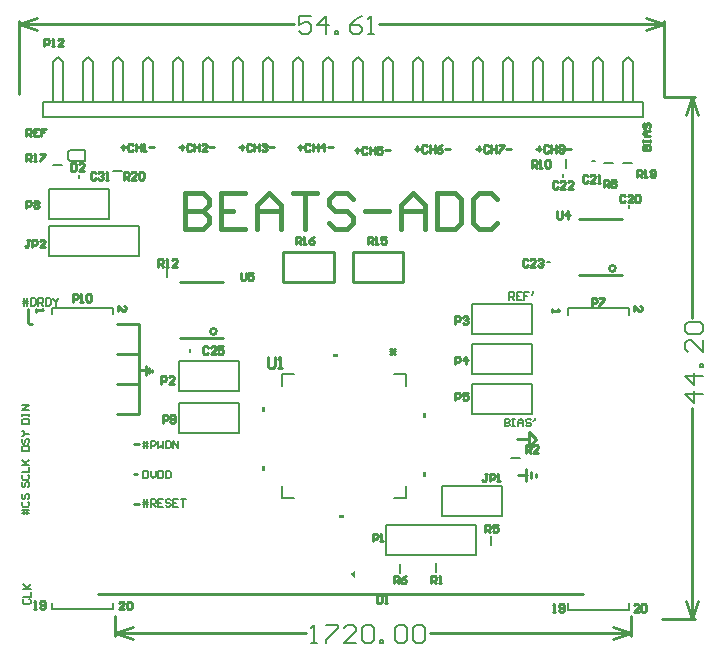
<source format=gto>
G04*
G04 #@! TF.GenerationSoftware,Altium Limited,Altium Designer,19.0.10 (269)*
G04*
G04 Layer_Color=65535*
%FSLAX25Y25*%
%MOIN*%
G70*
G01*
G75*
%ADD10C,0.01000*%
%ADD11C,0.00709*%
%ADD12C,0.00800*%
%ADD13C,0.00600*%
%ADD14C,0.00787*%
%ADD15C,0.01500*%
%ADD16C,0.00500*%
G36*
X110290Y14491D02*
X112258Y15672D01*
Y13309D01*
X110290Y14491D01*
D02*
G37*
G36*
X108297Y34102D02*
Y33102D01*
X106797D01*
Y34102D01*
X108297D01*
D02*
G37*
G36*
X134932Y46956D02*
Y48456D01*
X135932D01*
Y46956D01*
X134932D01*
D02*
G37*
G36*
X82132Y48925D02*
Y50425D01*
X81132D01*
Y48925D01*
X82132D01*
D02*
G37*
G36*
Y68610D02*
Y70110D01*
X81132D01*
Y68610D01*
X82132D01*
D02*
G37*
G36*
X106329Y86902D02*
Y87902D01*
X104829D01*
Y86902D01*
X106329D01*
D02*
G37*
G36*
X134932Y66641D02*
Y68141D01*
X135932D01*
Y66641D01*
X134932D01*
D02*
G37*
D10*
X198900Y116400D02*
G03*
X198900Y116400I-1000J0D01*
G01*
X65900Y95400D02*
G03*
X65900Y95400I-1000J0D01*
G01*
X172295Y47000D02*
Y48000D01*
X170795Y46500D02*
Y48675D01*
X169252Y45456D02*
Y49500D01*
X166500Y47500D02*
X169295D01*
X170000Y59500D02*
Y62000D01*
X172500Y59500D01*
X170000Y57000D02*
X172500Y59500D01*
X170000Y57000D02*
Y59500D01*
X166000D02*
X170000D01*
X38391Y38000D02*
X40000D01*
X38391Y47891D02*
X39500D01*
X38500Y57891D02*
X40000D01*
X3500Y98000D02*
X4500D01*
X3000Y98500D02*
X3500Y98000D01*
X3000Y98500D02*
Y102842D01*
X186900Y114200D02*
X201100D01*
X186900Y132800D02*
X201100D01*
X111453Y121901D02*
X128253D01*
Y111801D02*
Y121901D01*
X111453Y111801D02*
X128253D01*
X111453D02*
Y121901D01*
X88157D02*
X104957D01*
Y111801D02*
Y121901D01*
X88157Y111801D02*
X104957D01*
X88157D02*
Y121901D01*
X44500Y82000D02*
Y82500D01*
X42500Y81000D02*
Y82500D01*
X43500Y81500D02*
Y83252D01*
X42500Y82752D02*
Y84000D01*
Y82500D02*
Y82752D01*
X40000Y82500D02*
X42500D01*
X32721Y78000D02*
X40000D01*
X32721Y88000D02*
X40000D01*
X32721Y68000D02*
X40000D01*
Y98000D01*
X32721D02*
X40000D01*
X26500Y8000D02*
X188000D01*
X53900Y111800D02*
X68100D01*
X53900Y93200D02*
X68100D01*
X32000Y-5000D02*
X38000Y-3000D01*
X32000Y-5000D02*
X38000Y-7000D01*
X198000D02*
X204000Y-5000D01*
X198000Y-3000D02*
X204000Y-5000D01*
X32000D02*
X95806D01*
X136994D02*
X204000D01*
X32000Y-6000D02*
Y498D01*
X204000Y-6000D02*
Y389D01*
X0Y198000D02*
X6000Y200000D01*
X0Y198000D02*
X6000Y196000D01*
X209000D02*
X215000Y198000D01*
X209000Y200000D02*
X215000Y198000D01*
X0D02*
X91804D01*
X119996D02*
X215000D01*
X0Y174500D02*
Y199000D01*
X215000Y173500D02*
Y199000D01*
X222500Y5500D02*
X224500Y-500D01*
X226500Y5500D01*
X224500Y173500D02*
X226500Y167500D01*
X222500D02*
X224500Y173500D01*
Y-500D02*
Y69804D01*
Y99996D02*
Y173500D01*
X214500Y-500D02*
X225500D01*
X215000Y173500D02*
X225500D01*
X208001Y156000D02*
X210500D01*
Y157250D01*
X210084Y157666D01*
X209667D01*
X209250Y157250D01*
Y156000D01*
Y157250D01*
X208834Y157666D01*
X208417D01*
X208001Y157250D01*
Y156000D01*
Y158499D02*
Y159332D01*
Y158916D01*
X210500D01*
Y158499D01*
Y159332D01*
Y160582D02*
X208834D01*
X208001Y161415D01*
X208834Y162248D01*
X210500D01*
X209250D01*
Y160582D01*
X208417Y164747D02*
X208001Y164331D01*
Y163498D01*
X208417Y163081D01*
X208834D01*
X209250Y163498D01*
Y164331D01*
X209667Y164747D01*
X210084D01*
X210500Y164331D01*
Y163498D01*
X210084Y163081D01*
X2500Y160500D02*
Y162999D01*
X3750D01*
X4166Y162583D01*
Y161750D01*
X3750Y161333D01*
X2500D01*
X3333D02*
X4166Y160500D01*
X6665Y162999D02*
X4999D01*
Y160500D01*
X6665D01*
X4999Y161750D02*
X5832D01*
X9165Y162999D02*
X7498D01*
Y161750D01*
X8331D01*
X7498D01*
Y160500D01*
X172500Y156250D02*
X174166D01*
X173333Y157083D02*
Y155417D01*
X176665Y157083D02*
X176249Y157499D01*
X175416D01*
X174999Y157083D01*
Y155417D01*
X175416Y155000D01*
X176249D01*
X176665Y155417D01*
X177498Y157499D02*
Y155000D01*
Y156250D01*
X179165D01*
Y157499D01*
Y155000D01*
X179998Y157083D02*
X180414Y157499D01*
X181247D01*
X181664Y157083D01*
Y156666D01*
X181247Y156250D01*
X181664Y155833D01*
Y155417D01*
X181247Y155000D01*
X180414D01*
X179998Y155417D01*
Y155833D01*
X180414Y156250D01*
X179998Y156666D01*
Y157083D01*
X180414Y156250D02*
X181247D01*
X182497D02*
X184163D01*
X152500D02*
X154166D01*
X153333Y157083D02*
Y155417D01*
X156665Y157083D02*
X156249Y157499D01*
X155416D01*
X154999Y157083D01*
Y155417D01*
X155416Y155000D01*
X156249D01*
X156665Y155417D01*
X157498Y157499D02*
Y155000D01*
Y156250D01*
X159165D01*
Y157499D01*
Y155000D01*
X159998Y157499D02*
X161664D01*
Y157083D01*
X159998Y155417D01*
Y155000D01*
X162497Y156250D02*
X164163D01*
X132000D02*
X133666D01*
X132833Y157083D02*
Y155417D01*
X136165Y157083D02*
X135749Y157499D01*
X134916D01*
X134499Y157083D01*
Y155417D01*
X134916Y155000D01*
X135749D01*
X136165Y155417D01*
X136998Y157499D02*
Y155000D01*
Y156250D01*
X138664D01*
Y157499D01*
Y155000D01*
X141164Y157499D02*
X140331Y157083D01*
X139498Y156250D01*
Y155417D01*
X139914Y155000D01*
X140747D01*
X141164Y155417D01*
Y155833D01*
X140747Y156250D01*
X139498D01*
X141997D02*
X143663D01*
X112000Y155750D02*
X113666D01*
X112833Y156583D02*
Y154917D01*
X116165Y156583D02*
X115749Y156999D01*
X114916D01*
X114499Y156583D01*
Y154917D01*
X114916Y154500D01*
X115749D01*
X116165Y154917D01*
X116998Y156999D02*
Y154500D01*
Y155750D01*
X118665D01*
Y156999D01*
Y154500D01*
X121164Y156999D02*
X119498D01*
Y155750D01*
X120331Y156166D01*
X120747D01*
X121164Y155750D01*
Y154917D01*
X120747Y154500D01*
X119914D01*
X119498Y154917D01*
X121997Y155750D02*
X123663D01*
X93000Y156750D02*
X94666D01*
X93833Y157583D02*
Y155917D01*
X97165Y157583D02*
X96749Y157999D01*
X95916D01*
X95499Y157583D01*
Y155917D01*
X95916Y155500D01*
X96749D01*
X97165Y155917D01*
X97998Y157999D02*
Y155500D01*
Y156750D01*
X99664D01*
Y157999D01*
Y155500D01*
X101747D02*
Y157999D01*
X100498Y156750D01*
X102164D01*
X102997D02*
X104663D01*
X73500D02*
X75166D01*
X74333Y157583D02*
Y155917D01*
X77665Y157583D02*
X77249Y157999D01*
X76416D01*
X75999Y157583D01*
Y155917D01*
X76416Y155500D01*
X77249D01*
X77665Y155917D01*
X78498Y157999D02*
Y155500D01*
Y156750D01*
X80164D01*
Y157999D01*
Y155500D01*
X80998Y157583D02*
X81414Y157999D01*
X82247D01*
X82664Y157583D01*
Y157166D01*
X82247Y156750D01*
X81831D01*
X82247D01*
X82664Y156333D01*
Y155917D01*
X82247Y155500D01*
X81414D01*
X80998Y155917D01*
X83497Y156750D02*
X85163D01*
X53500D02*
X55166D01*
X54333Y157583D02*
Y155917D01*
X57665Y157583D02*
X57249Y157999D01*
X56416D01*
X55999Y157583D01*
Y155917D01*
X56416Y155500D01*
X57249D01*
X57665Y155917D01*
X58498Y157999D02*
Y155500D01*
Y156750D01*
X60164D01*
Y157999D01*
Y155500D01*
X62664D02*
X60998D01*
X62664Y157166D01*
Y157583D01*
X62247Y157999D01*
X61414D01*
X60998Y157583D01*
X63497Y156750D02*
X65163D01*
X34000D02*
X35666D01*
X34833Y157583D02*
Y155917D01*
X38165Y157583D02*
X37749Y157999D01*
X36916D01*
X36499Y157583D01*
Y155917D01*
X36916Y155500D01*
X37749D01*
X38165Y155917D01*
X38998Y157999D02*
Y155500D01*
Y156750D01*
X40664D01*
Y157999D01*
Y155500D01*
X41498D02*
X42331D01*
X41914D01*
Y157999D01*
X41498Y157583D01*
X43580Y156750D02*
X45246D01*
X125362Y89652D02*
X123696Y87985D01*
Y89652D02*
X125362Y87985D01*
X124529Y89652D02*
Y87985D01*
X123696Y88819D02*
X125362D01*
X35166Y2705D02*
X33500D01*
X35166Y4371D01*
Y4787D01*
X34750Y5204D01*
X33917D01*
X33500Y4787D01*
X35999D02*
X36416Y5204D01*
X37249D01*
X37665Y4787D01*
Y3121D01*
X37249Y2705D01*
X36416D01*
X35999Y3121D01*
Y4787D01*
X5000Y3000D02*
X5833D01*
X5416D01*
Y5499D01*
X5000Y5083D01*
X7083Y3416D02*
X7499Y3000D01*
X8332D01*
X8749Y3416D01*
Y5083D01*
X8332Y5499D01*
X7499D01*
X7083Y5083D01*
Y4666D01*
X7499Y4250D01*
X8749D01*
X33181Y102357D02*
Y104024D01*
X34847Y102357D01*
X35264D01*
X35680Y102774D01*
Y103607D01*
X35264Y104024D01*
X5622Y102842D02*
Y102009D01*
Y102426D01*
X8121D01*
X7705Y102842D01*
X206666Y2000D02*
X205000D01*
X206666Y3666D01*
Y4083D01*
X206250Y4499D01*
X205416D01*
X205000Y4083D01*
X207499D02*
X207916Y4499D01*
X208749D01*
X209165Y4083D01*
Y2417D01*
X208749Y2000D01*
X207916D01*
X207499Y2417D01*
Y4083D01*
X178000Y2000D02*
X178833D01*
X178417D01*
Y4499D01*
X178000Y4083D01*
X180083Y2417D02*
X180499Y2000D01*
X181332D01*
X181749Y2417D01*
Y4083D01*
X181332Y4499D01*
X180499D01*
X180083Y4083D01*
Y3666D01*
X180499Y3250D01*
X181749D01*
X205181Y102249D02*
Y103915D01*
X206847Y102249D01*
X207264D01*
X207680Y102665D01*
Y103498D01*
X207264Y103915D01*
X177622Y102734D02*
Y101901D01*
Y102317D01*
X180121D01*
X179705Y102734D01*
X169000Y55000D02*
Y57499D01*
X170250D01*
X170666Y57083D01*
Y56250D01*
X170250Y55833D01*
X169000D01*
X169833D02*
X170666Y55000D01*
X173165D02*
X171499D01*
X173165Y56666D01*
Y57083D01*
X172749Y57499D01*
X171916D01*
X171499Y57083D01*
X83000Y86751D02*
Y83835D01*
X83583Y83252D01*
X84749D01*
X85333Y83835D01*
Y86751D01*
X86499Y83252D02*
X87665D01*
X87082D01*
Y86751D01*
X86499Y86167D01*
X35000Y146000D02*
Y148499D01*
X36250D01*
X36666Y148083D01*
Y147250D01*
X36250Y146833D01*
X35000D01*
X35833D02*
X36666Y146000D01*
X39165D02*
X37499D01*
X39165Y147666D01*
Y148083D01*
X38749Y148499D01*
X37916D01*
X37499Y148083D01*
X39998D02*
X40415Y148499D01*
X41248D01*
X41664Y148083D01*
Y146416D01*
X41248Y146000D01*
X40415D01*
X39998Y146416D01*
Y148083D01*
X18000Y105324D02*
Y107823D01*
X19250D01*
X19666Y107407D01*
Y106574D01*
X19250Y106157D01*
X18000D01*
X20499Y105324D02*
X21332D01*
X20916D01*
Y107823D01*
X20499Y107407D01*
X22582D02*
X22998Y107823D01*
X23832D01*
X24248Y107407D01*
Y105741D01*
X23832Y105324D01*
X22998D01*
X22582Y105741D01*
Y107407D01*
X17500Y151499D02*
Y149000D01*
X18750D01*
X19166Y149416D01*
Y151083D01*
X18750Y151499D01*
X17500D01*
X21665Y149000D02*
X19999D01*
X21665Y150666D01*
Y151083D01*
X21249Y151499D01*
X20416D01*
X19999Y151083D01*
X8600Y190400D02*
Y192899D01*
X9850D01*
X10266Y192483D01*
Y191650D01*
X9850Y191233D01*
X8600D01*
X11099Y190400D02*
X11932D01*
X11516D01*
Y192899D01*
X11099Y192483D01*
X14848Y190400D02*
X13182D01*
X14848Y192066D01*
Y192483D01*
X14432Y192899D01*
X13598D01*
X13182Y192483D01*
X206000Y146765D02*
Y149264D01*
X207250D01*
X207666Y148847D01*
Y148014D01*
X207250Y147598D01*
X206000D01*
X206833D02*
X207666Y146765D01*
X208499D02*
X209332D01*
X208916D01*
Y149264D01*
X208499Y148847D01*
X210582Y147181D02*
X210998Y146765D01*
X211831D01*
X212248Y147181D01*
Y148847D01*
X211831Y149264D01*
X210998D01*
X210582Y148847D01*
Y148431D01*
X210998Y148014D01*
X212248D01*
X2500Y152100D02*
Y154599D01*
X3750D01*
X4166Y154183D01*
Y153350D01*
X3750Y152933D01*
X2500D01*
X3333D02*
X4166Y152100D01*
X4999D02*
X5832D01*
X5416D01*
Y154599D01*
X4999Y154183D01*
X7082Y154599D02*
X8748D01*
Y154183D01*
X7082Y152516D01*
Y152100D01*
X25666Y148083D02*
X25250Y148499D01*
X24417D01*
X24000Y148083D01*
Y146416D01*
X24417Y146000D01*
X25250D01*
X25666Y146416D01*
X26499Y148083D02*
X26916Y148499D01*
X27749D01*
X28165Y148083D01*
Y147666D01*
X27749Y147250D01*
X27332D01*
X27749D01*
X28165Y146833D01*
Y146416D01*
X27749Y146000D01*
X26916D01*
X26499Y146416D01*
X28998Y146000D02*
X29831D01*
X29415D01*
Y148499D01*
X28998Y148083D01*
X74000Y114999D02*
Y112917D01*
X74417Y112500D01*
X75250D01*
X75666Y112917D01*
Y114999D01*
X78165D02*
X76499D01*
Y113750D01*
X77332Y114166D01*
X77749D01*
X78165Y113750D01*
Y112917D01*
X77749Y112500D01*
X76916D01*
X76499Y112917D01*
X179500Y135499D02*
Y133416D01*
X179917Y133000D01*
X180750D01*
X181166Y133416D01*
Y135499D01*
X183249Y133000D02*
Y135499D01*
X181999Y134250D01*
X183665D01*
X92350Y124500D02*
Y126999D01*
X93600D01*
X94016Y126583D01*
Y125750D01*
X93600Y125333D01*
X92350D01*
X93183D02*
X94016Y124500D01*
X94850D02*
X95683D01*
X95266D01*
Y126999D01*
X94850Y126583D01*
X98598Y126999D02*
X97765Y126583D01*
X96932Y125750D01*
Y124917D01*
X97349Y124500D01*
X98182D01*
X98598Y124917D01*
Y125333D01*
X98182Y125750D01*
X96932D01*
X116316Y124500D02*
Y126999D01*
X117566D01*
X117982Y126583D01*
Y125750D01*
X117566Y125333D01*
X116316D01*
X117149D02*
X117982Y124500D01*
X118815D02*
X119649D01*
X119232D01*
Y126999D01*
X118815Y126583D01*
X122564Y126999D02*
X120898D01*
Y125750D01*
X121731Y126166D01*
X122148D01*
X122564Y125750D01*
Y124917D01*
X122148Y124500D01*
X121315D01*
X120898Y124917D01*
X46500Y117000D02*
Y119499D01*
X47750D01*
X48166Y119083D01*
Y118250D01*
X47750Y117833D01*
X46500D01*
X47333D02*
X48166Y117000D01*
X48999D02*
X49832D01*
X49416D01*
Y119499D01*
X48999Y119083D01*
X52748Y117000D02*
X51082D01*
X52748Y118666D01*
Y119083D01*
X52331Y119499D01*
X51498D01*
X51082Y119083D01*
X171000Y149970D02*
Y152469D01*
X172250D01*
X172666Y152052D01*
Y151219D01*
X172250Y150803D01*
X171000D01*
X171833D02*
X172666Y149970D01*
X173499D02*
X174332D01*
X173916D01*
Y152469D01*
X173499Y152052D01*
X175582D02*
X175998Y152469D01*
X176831D01*
X177248Y152052D01*
Y150386D01*
X176831Y149970D01*
X175998D01*
X175582Y150386D01*
Y152052D01*
X195000Y143500D02*
Y145999D01*
X196250D01*
X196666Y145583D01*
Y144750D01*
X196250Y144333D01*
X195000D01*
X195833D02*
X196666Y143500D01*
X197499Y145583D02*
X197916Y145999D01*
X198749D01*
X199165Y145583D01*
Y145166D01*
X198749Y144750D01*
X199165Y144333D01*
Y143916D01*
X198749Y143500D01*
X197916D01*
X197499Y143916D01*
Y144333D01*
X197916Y144750D01*
X197499Y145166D01*
Y145583D01*
X197916Y144750D02*
X198749D01*
X125000Y11500D02*
Y13999D01*
X126250D01*
X126666Y13583D01*
Y12750D01*
X126250Y12333D01*
X125000D01*
X125833D02*
X126666Y11500D01*
X129165Y13999D02*
X128332Y13583D01*
X127499Y12750D01*
Y11917D01*
X127916Y11500D01*
X128749D01*
X129165Y11917D01*
Y12333D01*
X128749Y12750D01*
X127499D01*
X155500Y28500D02*
Y30999D01*
X156750D01*
X157166Y30583D01*
Y29750D01*
X156750Y29333D01*
X155500D01*
X156333D02*
X157166Y28500D01*
X159665Y30999D02*
X157999D01*
Y29750D01*
X158832Y30166D01*
X159249D01*
X159665Y29750D01*
Y28916D01*
X159249Y28500D01*
X158416D01*
X157999Y28916D01*
X137500Y11500D02*
Y13999D01*
X138750D01*
X139166Y13583D01*
Y12750D01*
X138750Y12333D01*
X137500D01*
X138333D02*
X139166Y11500D01*
X139999D02*
X140832D01*
X140416D01*
Y13999D01*
X139999Y13583D01*
X48000Y65000D02*
Y67499D01*
X49250D01*
X49666Y67083D01*
Y66250D01*
X49250Y65833D01*
X48000D01*
X50499Y65417D02*
X50916Y65000D01*
X51749D01*
X52165Y65417D01*
Y67083D01*
X51749Y67499D01*
X50916D01*
X50499Y67083D01*
Y66666D01*
X50916Y66250D01*
X52165D01*
X2500Y136500D02*
Y138999D01*
X3750D01*
X4166Y138583D01*
Y137750D01*
X3750Y137333D01*
X2500D01*
X4999Y138583D02*
X5416Y138999D01*
X6249D01*
X6665Y138583D01*
Y138166D01*
X6249Y137750D01*
X6665Y137333D01*
Y136916D01*
X6249Y136500D01*
X5416D01*
X4999Y136916D01*
Y137333D01*
X5416Y137750D01*
X4999Y138166D01*
Y138583D01*
X5416Y137750D02*
X6249D01*
X47500Y78000D02*
Y80499D01*
X48750D01*
X49166Y80083D01*
Y79250D01*
X48750Y78833D01*
X47500D01*
X51665Y78000D02*
X49999D01*
X51665Y79666D01*
Y80083D01*
X51249Y80499D01*
X50416D01*
X49999Y80083D01*
X145500Y72500D02*
Y74999D01*
X146750D01*
X147166Y74583D01*
Y73750D01*
X146750Y73333D01*
X145500D01*
X149665Y74999D02*
X147999D01*
Y73750D01*
X148832Y74166D01*
X149249D01*
X149665Y73750D01*
Y72917D01*
X149249Y72500D01*
X148416D01*
X147999Y72917D01*
X145500Y84500D02*
Y86999D01*
X146750D01*
X147166Y86583D01*
Y85750D01*
X146750Y85333D01*
X145500D01*
X149249Y84500D02*
Y86999D01*
X147999Y85750D01*
X149665D01*
X191001Y103915D02*
Y106414D01*
X192250D01*
X192667Y105998D01*
Y105164D01*
X192250Y104748D01*
X191001D01*
X193500Y106414D02*
X195166D01*
Y105998D01*
X193500Y104331D01*
Y103915D01*
X145500Y97890D02*
Y100389D01*
X146750D01*
X147166Y99972D01*
Y99139D01*
X146750Y98723D01*
X145500D01*
X147999Y99972D02*
X148416Y100389D01*
X149249D01*
X149665Y99972D01*
Y99556D01*
X149249Y99139D01*
X148832D01*
X149249D01*
X149665Y98723D01*
Y98306D01*
X149249Y97890D01*
X148416D01*
X147999Y98306D01*
X118000Y25500D02*
Y27999D01*
X119250D01*
X119666Y27583D01*
Y26750D01*
X119250Y26333D01*
X118000D01*
X120499Y25500D02*
X121332D01*
X120916D01*
Y27999D01*
X120499Y27583D01*
X3666Y125999D02*
X2833D01*
X3250D01*
Y123916D01*
X2833Y123500D01*
X2417D01*
X2000Y123916D01*
X4499Y123500D02*
Y125999D01*
X5749D01*
X6165Y125583D01*
Y124750D01*
X5749Y124333D01*
X4499D01*
X8664Y123500D02*
X6998D01*
X8664Y125166D01*
Y125583D01*
X8248Y125999D01*
X7415D01*
X6998Y125583D01*
X156166Y47999D02*
X155333D01*
X155750D01*
Y45917D01*
X155333Y45500D01*
X154917D01*
X154500Y45917D01*
X156999Y45500D02*
Y47999D01*
X158249D01*
X158665Y47583D01*
Y46750D01*
X158249Y46333D01*
X156999D01*
X159498Y45500D02*
X160331D01*
X159915D01*
Y47999D01*
X159498Y47583D01*
X119558Y7499D02*
Y5000D01*
X120807D01*
X121224Y5416D01*
Y7083D01*
X120807Y7499D01*
X119558D01*
X122057Y5000D02*
X122890D01*
X122474D01*
Y7499D01*
X122057Y7083D01*
X63166Y89984D02*
X62750Y90401D01*
X61917D01*
X61500Y89984D01*
Y88318D01*
X61917Y87902D01*
X62750D01*
X63166Y88318D01*
X65665Y87902D02*
X63999D01*
X65665Y89568D01*
Y89984D01*
X65249Y90401D01*
X64416D01*
X63999Y89984D01*
X68164Y90401D02*
X66498D01*
Y89151D01*
X67331Y89568D01*
X67748D01*
X68164Y89151D01*
Y88318D01*
X67748Y87902D01*
X66915D01*
X66498Y88318D01*
X169666Y119083D02*
X169250Y119499D01*
X168417D01*
X168000Y119083D01*
Y117417D01*
X168417Y117000D01*
X169250D01*
X169666Y117417D01*
X172165Y117000D02*
X170499D01*
X172165Y118666D01*
Y119083D01*
X171749Y119499D01*
X170916D01*
X170499Y119083D01*
X172998D02*
X173415Y119499D01*
X174248D01*
X174664Y119083D01*
Y118666D01*
X174248Y118250D01*
X173831D01*
X174248D01*
X174664Y117833D01*
Y117417D01*
X174248Y117000D01*
X173415D01*
X172998Y117417D01*
X179666Y145083D02*
X179250Y145499D01*
X178417D01*
X178000Y145083D01*
Y143417D01*
X178417Y143000D01*
X179250D01*
X179666Y143417D01*
X182165Y143000D02*
X180499D01*
X182165Y144666D01*
Y145083D01*
X181749Y145499D01*
X180916D01*
X180499Y145083D01*
X184664Y143000D02*
X182998D01*
X184664Y144666D01*
Y145083D01*
X184248Y145499D01*
X183415D01*
X182998Y145083D01*
X189666Y147083D02*
X189250Y147499D01*
X188417D01*
X188000Y147083D01*
Y145416D01*
X188417Y145000D01*
X189250D01*
X189666Y145416D01*
X192165Y145000D02*
X190499D01*
X192165Y146666D01*
Y147083D01*
X191749Y147499D01*
X190916D01*
X190499Y147083D01*
X192998Y145000D02*
X193831D01*
X193415D01*
Y147499D01*
X192998Y147083D01*
X202166Y140583D02*
X201750Y140999D01*
X200917D01*
X200500Y140583D01*
Y138917D01*
X200917Y138500D01*
X201750D01*
X202166Y138917D01*
X204665Y138500D02*
X202999D01*
X204665Y140166D01*
Y140583D01*
X204249Y140999D01*
X203416D01*
X202999Y140583D01*
X205498D02*
X205915Y140999D01*
X206748D01*
X207165Y140583D01*
Y138917D01*
X206748Y138500D01*
X205915D01*
X205498Y138917D01*
Y140583D01*
D11*
X31395Y148999D02*
X34395D01*
X182501Y149926D02*
Y152926D01*
X195074Y151501D02*
X198074D01*
X127001Y14926D02*
Y17926D01*
X157499Y24074D02*
Y27074D01*
X164074Y53256D02*
X167074D01*
X138999Y15074D02*
Y18074D01*
X49501Y113426D02*
Y116426D01*
X203500Y136501D02*
X203501Y137485D01*
X176015Y118501D02*
X176999Y118500D01*
X191001Y152031D02*
X191985Y152031D01*
X181499Y146765D02*
X181500Y147749D01*
X201426Y151499D02*
X204426D01*
X57000Y88501D02*
X57001Y89485D01*
X19999Y146515D02*
X20000Y147499D01*
X11426Y150749D02*
X14426D01*
D12*
X16400Y152800D02*
Y155100D01*
X17100Y155800D01*
X22000D01*
X16400Y152800D02*
X17100Y152100D01*
X22000D01*
Y155800D01*
D13*
X129132Y77125D02*
Y81102D01*
X87932Y77125D02*
Y81102D01*
Y39902D02*
X91908D01*
X129132D02*
Y43878D01*
X125155Y81102D02*
X129132D01*
X87932D02*
X91908D01*
X87932Y39902D02*
Y43878D01*
X125155Y39902D02*
X129132D01*
X97406Y-8599D02*
X99405D01*
X98406D01*
Y-2601D01*
X97406Y-3601D01*
X102404Y-2601D02*
X106403D01*
Y-3601D01*
X102404Y-7599D01*
Y-8599D01*
X112401D02*
X108403D01*
X112401Y-4600D01*
Y-3601D01*
X111402Y-2601D01*
X109402D01*
X108403Y-3601D01*
X114401D02*
X115400Y-2601D01*
X117400D01*
X118399Y-3601D01*
Y-7599D01*
X117400Y-8599D01*
X115400D01*
X114401Y-7599D01*
Y-3601D01*
X120399Y-8599D02*
Y-7599D01*
X121398D01*
Y-8599D01*
X120399D01*
X125397Y-3601D02*
X126397Y-2601D01*
X128396D01*
X129396Y-3601D01*
Y-7599D01*
X128396Y-8599D01*
X126397D01*
X125397Y-7599D01*
Y-3601D01*
X131395D02*
X132395Y-2601D01*
X134394D01*
X135394Y-3601D01*
Y-7599D01*
X134394Y-8599D01*
X132395D01*
X131395Y-7599D01*
Y-3601D01*
X97403Y200399D02*
X93404D01*
Y197400D01*
X95403Y198400D01*
X96403D01*
X97403Y197400D01*
Y195401D01*
X96403Y194401D01*
X94404D01*
X93404Y195401D01*
X102401Y194401D02*
Y200399D01*
X99402Y197400D01*
X103401D01*
X105400Y194401D02*
Y195401D01*
X106400D01*
Y194401D01*
X105400D01*
X114397Y200399D02*
X112398Y199399D01*
X110398Y197400D01*
Y195401D01*
X111398Y194401D01*
X113398D01*
X114397Y195401D01*
Y196400D01*
X113398Y197400D01*
X110398D01*
X116397Y194401D02*
X118396D01*
X117396D01*
Y200399D01*
X116397Y199399D01*
X228099Y74403D02*
X222101D01*
X225100Y71404D01*
Y75403D01*
X228099Y80401D02*
X222101D01*
X225100Y77402D01*
Y81401D01*
X228099Y83400D02*
X227099D01*
Y84400D01*
X228099D01*
Y83400D01*
Y92398D02*
Y88399D01*
X224100Y92398D01*
X223101D01*
X222101Y91398D01*
Y89398D01*
X223101Y88399D01*
Y94397D02*
X222101Y95397D01*
Y97396D01*
X223101Y98396D01*
X227099D01*
X228099Y97396D01*
Y95397D01*
X227099Y94397D01*
X223101D01*
D14*
X122500Y21000D02*
Y31000D01*
X152500D01*
Y21000D02*
Y31000D01*
X122500Y21000D02*
X152500D01*
X31468Y2705D02*
Y4870D01*
X11272Y2705D02*
Y4870D01*
Y2705D02*
X31468D01*
X11272Y101130D02*
Y103295D01*
X31468Y101130D02*
Y103295D01*
X11272D02*
X31468D01*
X203468Y2596D02*
Y4761D01*
X183272Y2596D02*
Y4761D01*
Y2596D02*
X203468D01*
X183272Y101021D02*
Y103187D01*
X203468Y101021D02*
Y103187D01*
X183272D02*
X203468D01*
X151000Y104500D02*
X171000D01*
X151000Y94500D02*
Y104500D01*
Y94500D02*
X171000D01*
Y104500D01*
X53500Y61500D02*
X73500D01*
Y71500D01*
X53500D02*
X73500D01*
X53500Y61500D02*
Y71500D01*
X151000Y68000D02*
X171000D01*
Y78000D01*
X151000D02*
X171000D01*
X151000Y68000D02*
Y78000D01*
Y81187D02*
X171000D01*
Y91187D01*
X151000D02*
X171000D01*
X151000Y81187D02*
Y91187D01*
X208000Y167000D02*
Y172000D01*
X8000D02*
X208000D01*
X8000Y167000D02*
Y172000D01*
X204667D02*
Y185333D01*
X203000Y187000D02*
X204667Y185333D01*
X201333D02*
X203000Y187000D01*
X201333Y172000D02*
Y185333D01*
X194667Y172000D02*
Y185333D01*
X193000Y187000D02*
X194667Y185333D01*
X191333D02*
X193000Y187000D01*
X191333Y172000D02*
Y185333D01*
X184667Y172000D02*
Y185333D01*
X183000Y187000D02*
X184667Y185333D01*
X181333D02*
X183000Y187000D01*
X181333Y172000D02*
Y185333D01*
X174667Y172000D02*
Y185333D01*
X173000Y187000D02*
X174667Y185333D01*
X171333D02*
X173000Y187000D01*
X171333Y172000D02*
Y185333D01*
X164667Y172000D02*
Y185333D01*
X163000Y187000D02*
X164667Y185333D01*
X161333D02*
X163000Y187000D01*
X161333Y172000D02*
Y185333D01*
X154667Y172000D02*
Y185333D01*
X153000Y187000D02*
X154667Y185333D01*
X151333D02*
X153000Y187000D01*
X151333Y172000D02*
Y185333D01*
X144667Y172000D02*
Y185333D01*
X143000Y187000D02*
X144667Y185333D01*
X141333D02*
X143000Y187000D01*
X141333Y172000D02*
Y185333D01*
X134667Y172000D02*
Y185333D01*
X133000Y187000D02*
X134667Y185333D01*
X131333D02*
X133000Y187000D01*
X131333Y172000D02*
Y185333D01*
X124667Y172000D02*
Y185333D01*
X123000Y187000D02*
X124667Y185333D01*
X121333D02*
X123000Y187000D01*
X121333Y172000D02*
Y185333D01*
X114667Y172000D02*
Y185333D01*
X113000Y187000D02*
X114667Y185333D01*
X111333D02*
X113000Y187000D01*
X111333Y172000D02*
Y185333D01*
X104667Y172000D02*
Y185333D01*
X103000Y187000D02*
X104667Y185333D01*
X101333D02*
X103000Y187000D01*
X101333Y172000D02*
Y185333D01*
X94667Y172000D02*
Y185333D01*
X93000Y187000D02*
X94667Y185333D01*
X91333D02*
X93000Y187000D01*
X91333Y172000D02*
Y185333D01*
X84667Y172000D02*
Y185333D01*
X83000Y187000D02*
X84667Y185333D01*
X81333D02*
X83000Y187000D01*
X81333Y172000D02*
Y185333D01*
X74667Y172000D02*
Y185333D01*
X73000Y187000D02*
X74667Y185333D01*
X71333D02*
X73000Y187000D01*
X71333Y172000D02*
Y185333D01*
X64667Y172000D02*
Y185333D01*
X63000Y187000D02*
X64667Y185333D01*
X61333D02*
X63000Y187000D01*
X61333Y172000D02*
Y185333D01*
X54667Y172000D02*
Y185333D01*
X53000Y187000D02*
X54667Y185333D01*
X51333D02*
X53000Y187000D01*
X51333Y172000D02*
Y185333D01*
X44667Y172000D02*
Y185333D01*
X43000Y187000D02*
X44667Y185333D01*
X41333D02*
X43000Y187000D01*
X41333Y172000D02*
Y185333D01*
X34667Y172000D02*
Y185333D01*
X33000Y187000D02*
X34667Y185333D01*
X31333D02*
X33000Y187000D01*
X31333Y172000D02*
Y185333D01*
X24667Y172000D02*
Y185333D01*
X23000Y187000D02*
X24667Y185333D01*
X21333D02*
X23000Y187000D01*
X21333Y172000D02*
Y185333D01*
X14667Y172000D02*
Y185333D01*
X13000Y187000D02*
X14667Y185333D01*
X11333D02*
X13000Y187000D01*
X11333Y172000D02*
Y185333D01*
X200500Y167000D02*
X208000D01*
X8000D02*
X200500D01*
X10000Y143000D02*
X30000D01*
X10000Y133000D02*
Y143000D01*
Y133000D02*
X30000D01*
Y143000D01*
X10000Y120500D02*
Y130500D01*
X40000D01*
Y120500D02*
Y130500D01*
X10000Y120500D02*
X40000D01*
X53500Y75500D02*
X73500D01*
Y85500D01*
X53500D02*
X73500D01*
X53500Y75500D02*
Y85500D01*
X141000Y44000D02*
X161000D01*
X141000Y34000D02*
Y44000D01*
Y34000D02*
X161000D01*
Y44000D01*
D15*
X55350Y141496D02*
Y129500D01*
X61348D01*
X63347Y131499D01*
Y133499D01*
X61348Y135498D01*
X55350D01*
X61348D01*
X63347Y137497D01*
Y139497D01*
X61348Y141496D01*
X55350D01*
X75344D02*
X67346D01*
Y129500D01*
X75344D01*
X67346Y135498D02*
X71345D01*
X79342Y129500D02*
Y137497D01*
X83341Y141496D01*
X87340Y137497D01*
Y129500D01*
Y135498D01*
X79342D01*
X91338Y141496D02*
X99336D01*
X95337D01*
Y129500D01*
X111332Y139497D02*
X109333Y141496D01*
X105334D01*
X103334Y139497D01*
Y137497D01*
X105334Y135498D01*
X109333D01*
X111332Y133499D01*
Y131499D01*
X109333Y129500D01*
X105334D01*
X103334Y131499D01*
X115331Y135498D02*
X123328D01*
X127327Y129500D02*
Y137497D01*
X131325Y141496D01*
X135324Y137497D01*
Y129500D01*
Y135498D01*
X127327D01*
X139323Y141496D02*
Y129500D01*
X145321D01*
X147320Y131499D01*
Y139497D01*
X145321Y141496D01*
X139323D01*
X159316Y139497D02*
X157317Y141496D01*
X153318D01*
X151319Y139497D01*
Y131499D01*
X153318Y129500D01*
X157317D01*
X159316Y131499D01*
D16*
X1917Y6166D02*
X1501Y5750D01*
Y4916D01*
X1917Y4500D01*
X3584D01*
X4000Y4916D01*
Y5750D01*
X3584Y6166D01*
X1501Y6999D02*
X4000D01*
Y8665D01*
X1501Y9498D02*
X4000D01*
X3167D01*
X1501Y11164D01*
X2750Y9915D01*
X4000Y11164D01*
X162000Y66254D02*
Y63754D01*
X163250D01*
X163666Y64171D01*
Y64587D01*
X163250Y65004D01*
X162000D01*
X163250D01*
X163666Y65421D01*
Y65837D01*
X163250Y66254D01*
X162000D01*
X164499D02*
X165332D01*
X164916D01*
Y63754D01*
X164499D01*
X165332D01*
X166582D02*
Y65421D01*
X167415Y66254D01*
X168248Y65421D01*
Y63754D01*
Y65004D01*
X166582D01*
X170747Y65837D02*
X170331Y66254D01*
X169498D01*
X169081Y65837D01*
Y65421D01*
X169498Y65004D01*
X170331D01*
X170747Y64587D01*
Y64171D01*
X170331Y63754D01*
X169498D01*
X169081Y64171D01*
X171997Y66670D02*
Y65837D01*
X171580Y65421D01*
X163500Y106000D02*
Y108499D01*
X164750D01*
X165166Y108083D01*
Y107250D01*
X164750Y106833D01*
X163500D01*
X164333D02*
X165166Y106000D01*
X167665Y108499D02*
X165999D01*
Y106000D01*
X167665D01*
X165999Y107250D02*
X166832D01*
X170165Y108499D02*
X168498D01*
Y107250D01*
X169331D01*
X168498D01*
Y106000D01*
X171414Y108916D02*
Y108083D01*
X170998Y107666D01*
X41916Y56500D02*
Y58999D01*
X42750D02*
Y56500D01*
X41500Y58166D02*
X42750D01*
X43166D01*
X41500Y57333D02*
X43166D01*
X43999Y56500D02*
Y58999D01*
X45249D01*
X45665Y58583D01*
Y57750D01*
X45249Y57333D01*
X43999D01*
X46498Y58999D02*
Y56500D01*
X47331Y57333D01*
X48164Y56500D01*
Y58999D01*
X48998D02*
Y56500D01*
X50247D01*
X50664Y56916D01*
Y58583D01*
X50247Y58999D01*
X48998D01*
X51497Y56500D02*
Y58999D01*
X53163Y56500D01*
Y58999D01*
X1916Y104000D02*
Y106499D01*
X2750D02*
Y104000D01*
X1500Y105666D02*
X2750D01*
X3166D01*
X1500Y104833D02*
X3166D01*
X3999Y106499D02*
Y104000D01*
X5249D01*
X5665Y104417D01*
Y106083D01*
X5249Y106499D01*
X3999D01*
X6498Y104000D02*
Y106499D01*
X7748D01*
X8164Y106083D01*
Y105250D01*
X7748Y104833D01*
X6498D01*
X7331D02*
X8164Y104000D01*
X8998Y106499D02*
Y104000D01*
X10247D01*
X10664Y104417D01*
Y106083D01*
X10247Y106499D01*
X8998D01*
X11497D02*
Y106083D01*
X12330Y105250D01*
X13163Y106083D01*
Y106499D01*
X12330Y105250D02*
Y104000D01*
X1001Y64543D02*
X3500D01*
Y65793D01*
X3084Y66209D01*
X1417D01*
X1001Y65793D01*
Y64543D01*
Y67042D02*
Y67875D01*
Y67459D01*
X3500D01*
Y67042D01*
Y67875D01*
Y69125D02*
X1001D01*
X3500Y70791D01*
X1001D01*
Y55500D02*
X3500D01*
Y56750D01*
X3084Y57166D01*
X1417D01*
X1001Y56750D01*
Y55500D01*
X1417Y59665D02*
X1001Y59249D01*
Y58416D01*
X1417Y57999D01*
X1834D01*
X2250Y58416D01*
Y59249D01*
X2667Y59665D01*
X3084D01*
X3500Y59249D01*
Y58416D01*
X3084Y57999D01*
X1001Y60498D02*
X1417D01*
X2250Y61331D01*
X1417Y62164D01*
X1001D01*
X2250Y61331D02*
X3500D01*
X1417Y45166D02*
X1001Y44750D01*
Y43916D01*
X1417Y43500D01*
X1834D01*
X2250Y43916D01*
Y44750D01*
X2667Y45166D01*
X3084D01*
X3500Y44750D01*
Y43916D01*
X3084Y43500D01*
X1417Y47665D02*
X1001Y47249D01*
Y46416D01*
X1417Y45999D01*
X3084D01*
X3500Y46416D01*
Y47249D01*
X3084Y47665D01*
X1001Y48498D02*
X3500D01*
Y50165D01*
X1001Y50998D02*
X3500D01*
X2667D01*
X1001Y52664D01*
X2250Y51414D01*
X3500Y52664D01*
Y34916D02*
X1001D01*
Y35750D02*
X3500D01*
X1834Y34500D02*
Y35750D01*
Y36166D01*
X2667Y34500D02*
Y36166D01*
X1417Y38665D02*
X1001Y38249D01*
Y37416D01*
X1417Y36999D01*
X3084D01*
X3500Y37416D01*
Y38249D01*
X3084Y38665D01*
X1417Y41164D02*
X1001Y40748D01*
Y39915D01*
X1417Y39498D01*
X1834D01*
X2250Y39915D01*
Y40748D01*
X2667Y41164D01*
X3084D01*
X3500Y40748D01*
Y39915D01*
X3084Y39498D01*
X41916Y37000D02*
Y39499D01*
X42750D02*
Y37000D01*
X41500Y38666D02*
X42750D01*
X43166D01*
X41500Y37833D02*
X43166D01*
X43999Y37000D02*
Y39499D01*
X45249D01*
X45665Y39083D01*
Y38250D01*
X45249Y37833D01*
X43999D01*
X44832D02*
X45665Y37000D01*
X48164Y39499D02*
X46498D01*
Y37000D01*
X48164D01*
X46498Y38250D02*
X47331D01*
X50664Y39083D02*
X50247Y39499D01*
X49414D01*
X48998Y39083D01*
Y38666D01*
X49414Y38250D01*
X50247D01*
X50664Y37833D01*
Y37416D01*
X50247Y37000D01*
X49414D01*
X48998Y37416D01*
X53163Y39499D02*
X51497D01*
Y37000D01*
X53163D01*
X51497Y38250D02*
X52330D01*
X53996Y39499D02*
X55662D01*
X54829D01*
Y37000D01*
X41500Y48999D02*
Y46500D01*
X42750D01*
X43166Y46916D01*
Y48583D01*
X42750Y48999D01*
X41500D01*
X43999D02*
Y47333D01*
X44832Y46500D01*
X45665Y47333D01*
Y48999D01*
X46498D02*
Y46500D01*
X47748D01*
X48164Y46916D01*
Y48583D01*
X47748Y48999D01*
X46498D01*
X48998D02*
Y46500D01*
X50247D01*
X50664Y46916D01*
Y48583D01*
X50247Y48999D01*
X48998D01*
M02*

</source>
